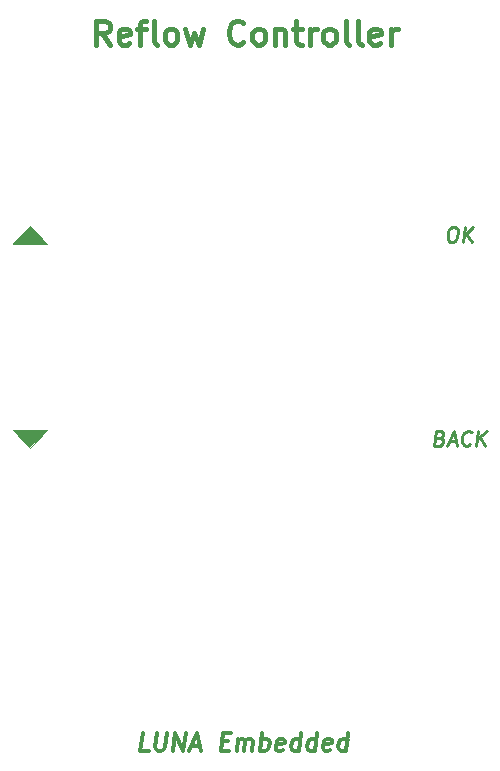
<source format=gbr>
%TF.GenerationSoftware,KiCad,Pcbnew,5.1.10*%
%TF.CreationDate,2021-05-04T12:35:39+02:00*%
%TF.ProjectId,Generic_Oven,47656e65-7269-4635-9f4f-76656e2e6b69,rev?*%
%TF.SameCoordinates,Original*%
%TF.FileFunction,Soldermask,Top*%
%TF.FilePolarity,Negative*%
%FSLAX46Y46*%
G04 Gerber Fmt 4.6, Leading zero omitted, Abs format (unit mm)*
G04 Created by KiCad (PCBNEW 5.1.10) date 2021-05-04 12:35:39*
%MOMM*%
%LPD*%
G01*
G04 APERTURE LIST*
%ADD10C,0.100000*%
%ADD11C,0.250000*%
%ADD12C,0.350000*%
%ADD13C,0.450000*%
G04 APERTURE END LIST*
D10*
G36*
X-18250000Y-5050000D02*
G01*
X-19700000Y-3550000D01*
X-16800000Y-3550000D01*
X-18250000Y-5050000D01*
G37*
X-18250000Y-5050000D02*
X-19700000Y-3550000D01*
X-16800000Y-3550000D01*
X-18250000Y-5050000D01*
G36*
X-16800000Y12200000D02*
G01*
X-19700000Y12200000D01*
X-18250000Y13700000D01*
X-16800000Y12200000D01*
G37*
X-16800000Y12200000D02*
X-19700000Y12200000D01*
X-18250000Y13700000D01*
X-16800000Y12200000D01*
D11*
X16505357Y-4210714D02*
X16676488Y-4270238D01*
X16728571Y-4329761D01*
X16773214Y-4448809D01*
X16750892Y-4627380D01*
X16676488Y-4746428D01*
X16609523Y-4805952D01*
X16483035Y-4865476D01*
X16006845Y-4865476D01*
X16163095Y-3615476D01*
X16579761Y-3615476D01*
X16691369Y-3675000D01*
X16743452Y-3734523D01*
X16788095Y-3853571D01*
X16773214Y-3972619D01*
X16698809Y-4091666D01*
X16631845Y-4151190D01*
X16505357Y-4210714D01*
X16088690Y-4210714D01*
X17241964Y-4508333D02*
X17837202Y-4508333D01*
X17078273Y-4865476D02*
X17651190Y-3615476D01*
X17911607Y-4865476D01*
X19057440Y-4746428D02*
X18990476Y-4805952D01*
X18804464Y-4865476D01*
X18685416Y-4865476D01*
X18514285Y-4805952D01*
X18410119Y-4686904D01*
X18365476Y-4567857D01*
X18335714Y-4329761D01*
X18358035Y-4151190D01*
X18447321Y-3913095D01*
X18521726Y-3794047D01*
X18655654Y-3675000D01*
X18841666Y-3615476D01*
X18960714Y-3615476D01*
X19131845Y-3675000D01*
X19183928Y-3734523D01*
X19578273Y-4865476D02*
X19734523Y-3615476D01*
X20292559Y-4865476D02*
X19846130Y-4151190D01*
X20448809Y-3615476D02*
X19645238Y-4329761D01*
X17532142Y13634523D02*
X17770238Y13634523D01*
X17881845Y13575000D01*
X17986011Y13455952D01*
X18015773Y13217857D01*
X17963690Y12801190D01*
X17874404Y12563095D01*
X17740476Y12444047D01*
X17613988Y12384523D01*
X17375892Y12384523D01*
X17264285Y12444047D01*
X17160119Y12563095D01*
X17130357Y12801190D01*
X17182440Y13217857D01*
X17271726Y13455952D01*
X17405654Y13575000D01*
X17532142Y13634523D01*
X18447321Y12384523D02*
X18603571Y13634523D01*
X19161607Y12384523D02*
X18715178Y13098809D01*
X19317857Y13634523D02*
X18514285Y12920238D01*
D12*
X-8160133Y-30678571D02*
X-8874419Y-30678571D01*
X-8686919Y-29178571D01*
X-7472633Y-29178571D02*
X-7624419Y-30392857D01*
X-7570848Y-30535714D01*
X-7508348Y-30607142D01*
X-7374419Y-30678571D01*
X-7088705Y-30678571D01*
X-6936919Y-30607142D01*
X-6856562Y-30535714D01*
X-6767276Y-30392857D01*
X-6615491Y-29178571D01*
X-6088705Y-30678571D02*
X-5901205Y-29178571D01*
X-5231562Y-30678571D01*
X-5044062Y-29178571D01*
X-4535133Y-30250000D02*
X-3820848Y-30250000D01*
X-4731562Y-30678571D02*
X-4044062Y-29178571D01*
X-3731562Y-30678571D01*
X-1990491Y-29892857D02*
X-1490491Y-29892857D01*
X-1374419Y-30678571D02*
X-2088705Y-30678571D01*
X-1901205Y-29178571D01*
X-1186919Y-29178571D01*
X-731562Y-30678571D02*
X-606562Y-29678571D01*
X-624419Y-29821428D02*
X-544062Y-29750000D01*
X-392276Y-29678571D01*
X-177991Y-29678571D01*
X-44062Y-29750000D01*
X9508Y-29892857D01*
X-88705Y-30678571D01*
X9508Y-29892857D02*
X98794Y-29750000D01*
X250580Y-29678571D01*
X464866Y-29678571D01*
X598794Y-29750000D01*
X652366Y-29892857D01*
X554151Y-30678571D01*
X1268437Y-30678571D02*
X1455937Y-29178571D01*
X1384508Y-29750000D02*
X1536294Y-29678571D01*
X1822008Y-29678571D01*
X1955937Y-29750000D01*
X2018437Y-29821428D01*
X2072008Y-29964285D01*
X2018437Y-30392857D01*
X1929151Y-30535714D01*
X1848794Y-30607142D01*
X1697008Y-30678571D01*
X1411294Y-30678571D01*
X1277366Y-30607142D01*
X3205937Y-30607142D02*
X3054151Y-30678571D01*
X2768437Y-30678571D01*
X2634508Y-30607142D01*
X2580937Y-30464285D01*
X2652366Y-29892857D01*
X2741651Y-29750000D01*
X2893437Y-29678571D01*
X3179151Y-29678571D01*
X3313080Y-29750000D01*
X3366651Y-29892857D01*
X3348794Y-30035714D01*
X2616651Y-30178571D01*
X4554151Y-30678571D02*
X4741651Y-29178571D01*
X4563080Y-30607142D02*
X4411294Y-30678571D01*
X4125580Y-30678571D01*
X3991651Y-30607142D01*
X3929151Y-30535714D01*
X3875580Y-30392857D01*
X3929151Y-29964285D01*
X4018437Y-29821428D01*
X4098794Y-29750000D01*
X4250580Y-29678571D01*
X4536294Y-29678571D01*
X4670223Y-29750000D01*
X5911294Y-30678571D02*
X6098794Y-29178571D01*
X5920223Y-30607142D02*
X5768437Y-30678571D01*
X5482723Y-30678571D01*
X5348794Y-30607142D01*
X5286294Y-30535714D01*
X5232723Y-30392857D01*
X5286294Y-29964285D01*
X5375580Y-29821428D01*
X5455937Y-29750000D01*
X5607723Y-29678571D01*
X5893437Y-29678571D01*
X6027366Y-29750000D01*
X7205937Y-30607142D02*
X7054151Y-30678571D01*
X6768437Y-30678571D01*
X6634508Y-30607142D01*
X6580937Y-30464285D01*
X6652366Y-29892857D01*
X6741651Y-29750000D01*
X6893437Y-29678571D01*
X7179151Y-29678571D01*
X7313080Y-29750000D01*
X7366651Y-29892857D01*
X7348794Y-30035714D01*
X6616651Y-30178571D01*
X8554151Y-30678571D02*
X8741651Y-29178571D01*
X8563080Y-30607142D02*
X8411294Y-30678571D01*
X8125580Y-30678571D01*
X7991651Y-30607142D01*
X7929151Y-30535714D01*
X7875580Y-30392857D01*
X7929151Y-29964285D01*
X8018437Y-29821428D01*
X8098794Y-29750000D01*
X8250580Y-29678571D01*
X8536294Y-29678571D01*
X8670223Y-29750000D01*
D13*
X-11476190Y29095238D02*
X-12142857Y30047619D01*
X-12619047Y29095238D02*
X-12619047Y31095238D01*
X-11857142Y31095238D01*
X-11666666Y31000000D01*
X-11571428Y30904761D01*
X-11476190Y30714285D01*
X-11476190Y30428571D01*
X-11571428Y30238095D01*
X-11666666Y30142857D01*
X-11857142Y30047619D01*
X-12619047Y30047619D01*
X-9857142Y29190476D02*
X-10047619Y29095238D01*
X-10428571Y29095238D01*
X-10619047Y29190476D01*
X-10714285Y29380952D01*
X-10714285Y30142857D01*
X-10619047Y30333333D01*
X-10428571Y30428571D01*
X-10047619Y30428571D01*
X-9857142Y30333333D01*
X-9761904Y30142857D01*
X-9761904Y29952380D01*
X-10714285Y29761904D01*
X-9190476Y30428571D02*
X-8428571Y30428571D01*
X-8904761Y29095238D02*
X-8904761Y30809523D01*
X-8809523Y31000000D01*
X-8619047Y31095238D01*
X-8428571Y31095238D01*
X-7476190Y29095238D02*
X-7666666Y29190476D01*
X-7761904Y29380952D01*
X-7761904Y31095238D01*
X-6428571Y29095238D02*
X-6619047Y29190476D01*
X-6714285Y29285714D01*
X-6809523Y29476190D01*
X-6809523Y30047619D01*
X-6714285Y30238095D01*
X-6619047Y30333333D01*
X-6428571Y30428571D01*
X-6142857Y30428571D01*
X-5952380Y30333333D01*
X-5857142Y30238095D01*
X-5761904Y30047619D01*
X-5761904Y29476190D01*
X-5857142Y29285714D01*
X-5952380Y29190476D01*
X-6142857Y29095238D01*
X-6428571Y29095238D01*
X-5095238Y30428571D02*
X-4714285Y29095238D01*
X-4333333Y30047619D01*
X-3952380Y29095238D01*
X-3571428Y30428571D01*
X-142857Y29285714D02*
X-238095Y29190476D01*
X-523809Y29095238D01*
X-714285Y29095238D01*
X-1000000Y29190476D01*
X-1190476Y29380952D01*
X-1285714Y29571428D01*
X-1380952Y29952380D01*
X-1380952Y30238095D01*
X-1285714Y30619047D01*
X-1190476Y30809523D01*
X-1000000Y31000000D01*
X-714285Y31095238D01*
X-523809Y31095238D01*
X-238095Y31000000D01*
X-142857Y30904761D01*
X999999Y29095238D02*
X809523Y29190476D01*
X714285Y29285714D01*
X619047Y29476190D01*
X619047Y30047619D01*
X714285Y30238095D01*
X809523Y30333333D01*
X999999Y30428571D01*
X1285714Y30428571D01*
X1476190Y30333333D01*
X1571428Y30238095D01*
X1666666Y30047619D01*
X1666666Y29476190D01*
X1571428Y29285714D01*
X1476190Y29190476D01*
X1285714Y29095238D01*
X999999Y29095238D01*
X2523809Y30428571D02*
X2523809Y29095238D01*
X2523809Y30238095D02*
X2619047Y30333333D01*
X2809523Y30428571D01*
X3095238Y30428571D01*
X3285714Y30333333D01*
X3380952Y30142857D01*
X3380952Y29095238D01*
X4047619Y30428571D02*
X4809523Y30428571D01*
X4333333Y31095238D02*
X4333333Y29380952D01*
X4428571Y29190476D01*
X4619047Y29095238D01*
X4809523Y29095238D01*
X5476190Y29095238D02*
X5476190Y30428571D01*
X5476190Y30047619D02*
X5571428Y30238095D01*
X5666666Y30333333D01*
X5857142Y30428571D01*
X6047619Y30428571D01*
X6999999Y29095238D02*
X6809523Y29190476D01*
X6714285Y29285714D01*
X6619047Y29476190D01*
X6619047Y30047619D01*
X6714285Y30238095D01*
X6809523Y30333333D01*
X6999999Y30428571D01*
X7285714Y30428571D01*
X7476190Y30333333D01*
X7571428Y30238095D01*
X7666666Y30047619D01*
X7666666Y29476190D01*
X7571428Y29285714D01*
X7476190Y29190476D01*
X7285714Y29095238D01*
X6999999Y29095238D01*
X8809523Y29095238D02*
X8619047Y29190476D01*
X8523809Y29380952D01*
X8523809Y31095238D01*
X9857142Y29095238D02*
X9666666Y29190476D01*
X9571428Y29380952D01*
X9571428Y31095238D01*
X11380952Y29190476D02*
X11190476Y29095238D01*
X10809523Y29095238D01*
X10619047Y29190476D01*
X10523809Y29380952D01*
X10523809Y30142857D01*
X10619047Y30333333D01*
X10809523Y30428571D01*
X11190476Y30428571D01*
X11380952Y30333333D01*
X11476190Y30142857D01*
X11476190Y29952380D01*
X10523809Y29761904D01*
X12333333Y29095238D02*
X12333333Y30428571D01*
X12333333Y30047619D02*
X12428571Y30238095D01*
X12523809Y30333333D01*
X12714285Y30428571D01*
X12904761Y30428571D01*
M02*

</source>
